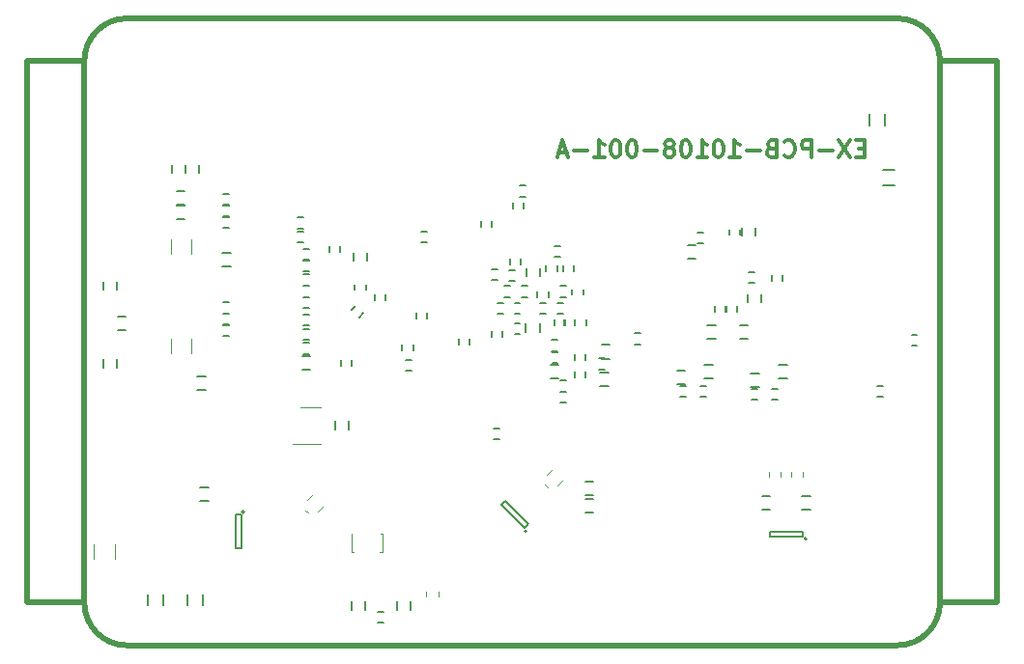
<source format=gbr>
G04 #@! TF.GenerationSoftware,KiCad,Pcbnew,6.0.0-d3dd2cf0fa~116~ubuntu20.04.1*
G04 #@! TF.CreationDate,2022-01-15T15:14:34-05:00*
G04 #@! TF.ProjectId,EX-PCB-10108-001,45582d50-4342-42d3-9130-3130382d3030,A*
G04 #@! TF.SameCoordinates,Original*
G04 #@! TF.FileFunction,Legend,Bot*
G04 #@! TF.FilePolarity,Positive*
%FSLAX46Y46*%
G04 Gerber Fmt 4.6, Leading zero omitted, Abs format (unit mm)*
G04 Created by KiCad (PCBNEW 6.0.0-d3dd2cf0fa~116~ubuntu20.04.1) date 2022-01-15 15:14:34*
%MOMM*%
%LPD*%
G01*
G04 APERTURE LIST*
G04 #@! TA.AperFunction,Profile*
%ADD10C,0.500000*%
G04 #@! TD*
%ADD11C,0.300000*%
%ADD12C,0.150000*%
%ADD13C,0.100000*%
%ADD14C,0.120000*%
G04 APERTURE END LIST*
D10*
X41450000Y-85250000D02*
X46450000Y-85250000D01*
X41450000Y-132750000D02*
X46450000Y-132750000D01*
X121450000Y-132750000D02*
X126450000Y-132750000D01*
X126450000Y-85250000D02*
X121450000Y-85250000D01*
X126450000Y-85250000D02*
X126450000Y-132750000D01*
X41450000Y-85250000D02*
X41450000Y-132750000D01*
D11*
X114807142Y-92892857D02*
X114307142Y-92892857D01*
X114092857Y-93678571D02*
X114807142Y-93678571D01*
X114807142Y-92178571D01*
X114092857Y-92178571D01*
X113592857Y-92178571D02*
X112592857Y-93678571D01*
X112592857Y-92178571D02*
X113592857Y-93678571D01*
X112021428Y-93107142D02*
X110878571Y-93107142D01*
X110164285Y-93678571D02*
X110164285Y-92178571D01*
X109592857Y-92178571D01*
X109450000Y-92250000D01*
X109378571Y-92321428D01*
X109307142Y-92464285D01*
X109307142Y-92678571D01*
X109378571Y-92821428D01*
X109450000Y-92892857D01*
X109592857Y-92964285D01*
X110164285Y-92964285D01*
X107807142Y-93535714D02*
X107878571Y-93607142D01*
X108092857Y-93678571D01*
X108235714Y-93678571D01*
X108450000Y-93607142D01*
X108592857Y-93464285D01*
X108664285Y-93321428D01*
X108735714Y-93035714D01*
X108735714Y-92821428D01*
X108664285Y-92535714D01*
X108592857Y-92392857D01*
X108450000Y-92250000D01*
X108235714Y-92178571D01*
X108092857Y-92178571D01*
X107878571Y-92250000D01*
X107807142Y-92321428D01*
X106664285Y-92892857D02*
X106450000Y-92964285D01*
X106378571Y-93035714D01*
X106307142Y-93178571D01*
X106307142Y-93392857D01*
X106378571Y-93535714D01*
X106450000Y-93607142D01*
X106592857Y-93678571D01*
X107164285Y-93678571D01*
X107164285Y-92178571D01*
X106664285Y-92178571D01*
X106521428Y-92250000D01*
X106450000Y-92321428D01*
X106378571Y-92464285D01*
X106378571Y-92607142D01*
X106450000Y-92750000D01*
X106521428Y-92821428D01*
X106664285Y-92892857D01*
X107164285Y-92892857D01*
X105664285Y-93107142D02*
X104521428Y-93107142D01*
X103021428Y-93678571D02*
X103878571Y-93678571D01*
X103449999Y-93678571D02*
X103449999Y-92178571D01*
X103592857Y-92392857D01*
X103735714Y-92535714D01*
X103878571Y-92607142D01*
X102092857Y-92178571D02*
X101949999Y-92178571D01*
X101807142Y-92250000D01*
X101735714Y-92321428D01*
X101664285Y-92464285D01*
X101592857Y-92750000D01*
X101592857Y-93107142D01*
X101664285Y-93392857D01*
X101735714Y-93535714D01*
X101807142Y-93607142D01*
X101949999Y-93678571D01*
X102092857Y-93678571D01*
X102235714Y-93607142D01*
X102307142Y-93535714D01*
X102378571Y-93392857D01*
X102449999Y-93107142D01*
X102449999Y-92750000D01*
X102378571Y-92464285D01*
X102307142Y-92321428D01*
X102235714Y-92250000D01*
X102092857Y-92178571D01*
X100164285Y-93678571D02*
X101021428Y-93678571D01*
X100592857Y-93678571D02*
X100592857Y-92178571D01*
X100735714Y-92392857D01*
X100878571Y-92535714D01*
X101021428Y-92607142D01*
X99235714Y-92178571D02*
X99092857Y-92178571D01*
X98949999Y-92250000D01*
X98878571Y-92321428D01*
X98807142Y-92464285D01*
X98735714Y-92750000D01*
X98735714Y-93107142D01*
X98807142Y-93392857D01*
X98878571Y-93535714D01*
X98949999Y-93607142D01*
X99092857Y-93678571D01*
X99235714Y-93678571D01*
X99378571Y-93607142D01*
X99449999Y-93535714D01*
X99521428Y-93392857D01*
X99592857Y-93107142D01*
X99592857Y-92750000D01*
X99521428Y-92464285D01*
X99449999Y-92321428D01*
X99378571Y-92250000D01*
X99235714Y-92178571D01*
X97878571Y-92821428D02*
X98021428Y-92750000D01*
X98092857Y-92678571D01*
X98164285Y-92535714D01*
X98164285Y-92464285D01*
X98092857Y-92321428D01*
X98021428Y-92250000D01*
X97878571Y-92178571D01*
X97592857Y-92178571D01*
X97449999Y-92250000D01*
X97378571Y-92321428D01*
X97307142Y-92464285D01*
X97307142Y-92535714D01*
X97378571Y-92678571D01*
X97449999Y-92750000D01*
X97592857Y-92821428D01*
X97878571Y-92821428D01*
X98021428Y-92892857D01*
X98092857Y-92964285D01*
X98164285Y-93107142D01*
X98164285Y-93392857D01*
X98092857Y-93535714D01*
X98021428Y-93607142D01*
X97878571Y-93678571D01*
X97592857Y-93678571D01*
X97449999Y-93607142D01*
X97378571Y-93535714D01*
X97307142Y-93392857D01*
X97307142Y-93107142D01*
X97378571Y-92964285D01*
X97449999Y-92892857D01*
X97592857Y-92821428D01*
X96664285Y-93107142D02*
X95521428Y-93107142D01*
X94521428Y-92178571D02*
X94378571Y-92178571D01*
X94235714Y-92250000D01*
X94164285Y-92321428D01*
X94092857Y-92464285D01*
X94021428Y-92750000D01*
X94021428Y-93107142D01*
X94092857Y-93392857D01*
X94164285Y-93535714D01*
X94235714Y-93607142D01*
X94378571Y-93678571D01*
X94521428Y-93678571D01*
X94664285Y-93607142D01*
X94735714Y-93535714D01*
X94807142Y-93392857D01*
X94878571Y-93107142D01*
X94878571Y-92750000D01*
X94807142Y-92464285D01*
X94735714Y-92321428D01*
X94664285Y-92250000D01*
X94521428Y-92178571D01*
X93092857Y-92178571D02*
X92949999Y-92178571D01*
X92807142Y-92250000D01*
X92735714Y-92321428D01*
X92664285Y-92464285D01*
X92592857Y-92750000D01*
X92592857Y-93107142D01*
X92664285Y-93392857D01*
X92735714Y-93535714D01*
X92807142Y-93607142D01*
X92949999Y-93678571D01*
X93092857Y-93678571D01*
X93235714Y-93607142D01*
X93307142Y-93535714D01*
X93378571Y-93392857D01*
X93449999Y-93107142D01*
X93449999Y-92750000D01*
X93378571Y-92464285D01*
X93307142Y-92321428D01*
X93235714Y-92250000D01*
X93092857Y-92178571D01*
X91164285Y-93678571D02*
X92021428Y-93678571D01*
X91592857Y-93678571D02*
X91592857Y-92178571D01*
X91735714Y-92392857D01*
X91878571Y-92535714D01*
X92021428Y-92607142D01*
X90521428Y-93107142D02*
X89378571Y-93107142D01*
X88735714Y-93250000D02*
X88021428Y-93250000D01*
X88878571Y-93678571D02*
X88378571Y-92178571D01*
X87878571Y-93678571D01*
D10*
X121450000Y-85250000D02*
G75*
G03*
X117700000Y-81500000I-3750000J0D01*
G01*
X50200000Y-81500000D02*
G75*
G03*
X46450000Y-85250000I0J-3750000D01*
G01*
X46450000Y-132750000D02*
G75*
G03*
X50200000Y-136500000I3750000J0D01*
G01*
X117700000Y-136500000D02*
G75*
G03*
X121450000Y-132750000I0J3750000D01*
G01*
X46450000Y-85250000D02*
X46450000Y-132750000D01*
X117700000Y-136500000D02*
X50200000Y-136500000D01*
X117700000Y-81500000D02*
X50200000Y-81500000D01*
X121450000Y-85250000D02*
X121450000Y-132750000D01*
D12*
X102975000Y-100500000D02*
X102975000Y-100000000D01*
X103925000Y-100000000D02*
X103925000Y-100500000D01*
X101725000Y-107250000D02*
X101725000Y-106750000D01*
X102675000Y-106750000D02*
X102675000Y-107250000D01*
X105200000Y-104725000D02*
X104700000Y-104725000D01*
X104700000Y-103775000D02*
X105200000Y-103775000D01*
X102725000Y-107250000D02*
X102725000Y-106750000D01*
X103675000Y-106750000D02*
X103675000Y-107250000D01*
X119450000Y-110225000D02*
X118950000Y-110225000D01*
X118950000Y-109275000D02*
X119450000Y-109275000D01*
X116450000Y-114725000D02*
X115950000Y-114725000D01*
X115950000Y-113775000D02*
X116450000Y-113775000D01*
X99325000Y-102600000D02*
X100025000Y-102600000D01*
X100025000Y-101400000D02*
X99325000Y-101400000D01*
X100200000Y-100275000D02*
X100700000Y-100275000D01*
X100700000Y-101225000D02*
X100200000Y-101225000D01*
X104100000Y-99875000D02*
X104100000Y-100575000D01*
X105300000Y-100575000D02*
X105300000Y-99875000D01*
X101075000Y-109600000D02*
X101775000Y-109600000D01*
X101775000Y-108400000D02*
X101075000Y-108400000D01*
X105800000Y-106375000D02*
X105800000Y-105675000D01*
X104600000Y-105675000D02*
X104600000Y-106375000D01*
X104575000Y-108400000D02*
X103875000Y-108400000D01*
X103875000Y-109600000D02*
X104575000Y-109600000D01*
X88200000Y-113275000D02*
X88700000Y-113275000D01*
X88700000Y-114225000D02*
X88200000Y-114225000D01*
X88150000Y-114275000D02*
X88650000Y-114275000D01*
X88650000Y-115225000D02*
X88150000Y-115225000D01*
X87450000Y-110775000D02*
X87950000Y-110775000D01*
X87950000Y-111725000D02*
X87450000Y-111725000D01*
X89225000Y-105750000D02*
X89225000Y-105250000D01*
X90175000Y-105250000D02*
X90175000Y-105750000D01*
X107675000Y-104000000D02*
X107675000Y-104500000D01*
X106725000Y-104500000D02*
X106725000Y-104000000D01*
D13*
X69850000Y-128300000D02*
X70030000Y-128300000D01*
X72380000Y-126710000D02*
X72550000Y-126710000D01*
X72370000Y-128290000D02*
X72550000Y-128290000D01*
X69850000Y-128300000D02*
X69850000Y-126700000D01*
X72550000Y-128290000D02*
X72550000Y-126710000D01*
D12*
X56875000Y-133000000D02*
X56875000Y-132000000D01*
X55525000Y-132000000D02*
X55525000Y-133000000D01*
X53375000Y-133000000D02*
X53375000Y-132000000D01*
X52025000Y-132000000D02*
X52025000Y-133000000D01*
X116625000Y-90900000D02*
X116625000Y-89900000D01*
X115275000Y-89900000D02*
X115275000Y-90900000D01*
X116450000Y-96175000D02*
X117450000Y-96175000D01*
X117450000Y-94825000D02*
X116450000Y-94825000D01*
X100450000Y-113775000D02*
X100950000Y-113775000D01*
X100950000Y-114725000D02*
X100450000Y-114725000D01*
X98700000Y-113775000D02*
X99200000Y-113775000D01*
X99200000Y-114725000D02*
X98700000Y-114725000D01*
X106700000Y-114025000D02*
X107200000Y-114025000D01*
X107200000Y-114975000D02*
X106700000Y-114975000D01*
X104950000Y-114025000D02*
X105450000Y-114025000D01*
X105450000Y-114975000D02*
X104950000Y-114975000D01*
D14*
X107460000Y-121280000D02*
X107460000Y-121720000D01*
X106440000Y-121280000D02*
X106440000Y-121720000D01*
X109460000Y-121280000D02*
X109460000Y-121720000D01*
X108440000Y-121280000D02*
X108440000Y-121720000D01*
X76440000Y-132220000D02*
X76440000Y-131780000D01*
X77460000Y-132220000D02*
X77460000Y-131780000D01*
D13*
X54040000Y-110900000D02*
X54040000Y-109600000D01*
X55860000Y-110900000D02*
X55860000Y-109600000D01*
X54040000Y-102150000D02*
X54040000Y-100850000D01*
X55860000Y-102150000D02*
X55860000Y-100850000D01*
D12*
X57325000Y-122650000D02*
X56625000Y-122650000D01*
X56625000Y-123850000D02*
X57325000Y-123850000D01*
X105825000Y-124600000D02*
X106525000Y-124600000D01*
X106525000Y-123400000D02*
X105825000Y-123400000D01*
X110075000Y-123400000D02*
X109375000Y-123400000D01*
X109375000Y-124600000D02*
X110075000Y-124600000D01*
X87325000Y-113100000D02*
X88025000Y-113100000D01*
X88025000Y-111900000D02*
X87325000Y-111900000D01*
X100825000Y-113100000D02*
X101525000Y-113100000D01*
X101525000Y-111900000D02*
X100825000Y-111900000D01*
X105575000Y-112650000D02*
X104875000Y-112650000D01*
X104875000Y-113850000D02*
X105575000Y-113850000D01*
X75050000Y-133375000D02*
X75050000Y-132675000D01*
X73850000Y-132675000D02*
X73850000Y-133375000D01*
X71050000Y-133375000D02*
X71050000Y-132675000D01*
X69850000Y-132675000D02*
X69850000Y-133375000D01*
X72200000Y-133525000D02*
X72700000Y-133525000D01*
X72700000Y-134475000D02*
X72200000Y-134475000D01*
X107325000Y-113100000D02*
X108025000Y-113100000D01*
X108025000Y-111900000D02*
X107325000Y-111900000D01*
X57075000Y-112900000D02*
X56375000Y-112900000D01*
X56375000Y-114100000D02*
X57075000Y-114100000D01*
X50075000Y-107650000D02*
X49375000Y-107650000D01*
X49375000Y-108850000D02*
X50075000Y-108850000D01*
X91075000Y-122150000D02*
X90375000Y-122150000D01*
X90375000Y-123350000D02*
X91075000Y-123350000D01*
X91075000Y-123650000D02*
X90375000Y-123650000D01*
X90375000Y-124850000D02*
X91075000Y-124850000D01*
X49300000Y-112125000D02*
X49300000Y-111425000D01*
X48100000Y-111425000D02*
X48100000Y-112125000D01*
X99075000Y-112400000D02*
X98375000Y-112400000D01*
X98375000Y-113600000D02*
X99075000Y-113600000D01*
X48100000Y-104625000D02*
X48100000Y-105325000D01*
X49300000Y-105325000D02*
X49300000Y-104625000D01*
X109400000Y-127000000D02*
X106500000Y-127000000D01*
X106500000Y-127000000D02*
X106500000Y-126500000D01*
X106500000Y-126500000D02*
X109400000Y-126500000D01*
X109400000Y-126500000D02*
X109400000Y-127000000D01*
X109750000Y-127150000D02*
G75*
G03*
X109750000Y-127150000I-100000J0D01*
G01*
X60200000Y-125050000D02*
X60200000Y-127950000D01*
X60200000Y-127950000D02*
X59700000Y-127950000D01*
X59700000Y-127950000D02*
X59700000Y-125050000D01*
X59700000Y-125050000D02*
X60200000Y-125050000D01*
X60450000Y-124800000D02*
G75*
G03*
X60450000Y-124800000I-100000J0D01*
G01*
X85048528Y-126202082D02*
X82997918Y-124151472D01*
X82997918Y-124151472D02*
X83351472Y-123797918D01*
X83351472Y-123797918D02*
X85402082Y-125848528D01*
X85402082Y-125848528D02*
X85048528Y-126202082D01*
X85219238Y-126484924D02*
G75*
G03*
X85219238Y-126484924I-99999J0D01*
G01*
D13*
X66452513Y-123257538D02*
X65957538Y-123752513D01*
X67442462Y-124247487D02*
X66947487Y-124742462D01*
X66028249Y-124883883D02*
X65816117Y-124671751D01*
X47290000Y-128900000D02*
X47290000Y-127600000D01*
X49110000Y-128900000D02*
X49110000Y-127600000D01*
X87028249Y-122633883D02*
X86816117Y-122421751D01*
X88442462Y-121997487D02*
X87947487Y-122492462D01*
X87452513Y-121007538D02*
X86957538Y-121502513D01*
D12*
X95225000Y-110075000D02*
X94725000Y-110075000D01*
X94725000Y-109125000D02*
X95225000Y-109125000D01*
X84025000Y-98200000D02*
X84025000Y-97700000D01*
X84975000Y-97700000D02*
X84975000Y-98200000D01*
X84650000Y-96175000D02*
X85150000Y-96175000D01*
X85150000Y-97125000D02*
X84650000Y-97125000D01*
X82175000Y-99250000D02*
X82175000Y-99750000D01*
X81225000Y-99750000D02*
X81225000Y-99250000D01*
X58650000Y-106425000D02*
X59150000Y-106425000D01*
X59150000Y-107375000D02*
X58650000Y-107375000D01*
X58650000Y-97925000D02*
X59150000Y-97925000D01*
X59150000Y-98875000D02*
X58650000Y-98875000D01*
X59150000Y-99875000D02*
X58650000Y-99875000D01*
X58650000Y-98925000D02*
X59150000Y-98925000D01*
X59150000Y-108375000D02*
X58650000Y-108375000D01*
X58650000Y-107425000D02*
X59150000Y-107425000D01*
X59150000Y-97875000D02*
X58650000Y-97875000D01*
X58650000Y-96925000D02*
X59150000Y-96925000D01*
X55275000Y-96650000D02*
X54575000Y-96650000D01*
X54575000Y-97850000D02*
X55275000Y-97850000D01*
X69650000Y-117525000D02*
X69650000Y-116825000D01*
X68450000Y-116825000D02*
X68450000Y-117525000D01*
D14*
X67200000Y-118810000D02*
X64750000Y-118810000D01*
X65400000Y-115590000D02*
X67200000Y-115590000D01*
D12*
X82800000Y-118425000D02*
X82300000Y-118425000D01*
X82300000Y-117475000D02*
X82800000Y-117475000D01*
X55275000Y-97900000D02*
X54575000Y-97900000D01*
X54575000Y-99100000D02*
X55275000Y-99100000D01*
X59150000Y-109375000D02*
X58650000Y-109375000D01*
X58650000Y-108425000D02*
X59150000Y-108425000D01*
X91675000Y-113750000D02*
X92375000Y-113750000D01*
X92375000Y-112550000D02*
X91675000Y-112550000D01*
X91825000Y-111350000D02*
X92525000Y-111350000D01*
X92525000Y-110150000D02*
X91825000Y-110150000D01*
X58575000Y-103250000D02*
X59275000Y-103250000D01*
X59275000Y-102050000D02*
X58575000Y-102050000D01*
X84675000Y-102550000D02*
X84675000Y-103050000D01*
X83725000Y-103050000D02*
X83725000Y-102550000D01*
X66150000Y-103675000D02*
X65650000Y-103675000D01*
X65650000Y-102725000D02*
X66150000Y-102725000D01*
X66150000Y-104925000D02*
X65650000Y-104925000D01*
X65650000Y-103975000D02*
X66150000Y-103975000D01*
X71125000Y-104822599D02*
X71125000Y-105322599D01*
X70175000Y-105322599D02*
X70175000Y-104822599D01*
X79275000Y-110100000D02*
X79275000Y-109600000D01*
X80225000Y-109600000D02*
X80225000Y-110100000D01*
X55325000Y-95025000D02*
X55325000Y-94325000D01*
X54125000Y-94325000D02*
X54125000Y-95025000D01*
X56525000Y-95025000D02*
X56525000Y-94325000D01*
X55325000Y-94325000D02*
X55325000Y-95025000D01*
X88150000Y-102425000D02*
X87650000Y-102425000D01*
X87650000Y-101475000D02*
X88150000Y-101475000D01*
X88525000Y-108425000D02*
X88525000Y-107925000D01*
X89475000Y-107925000D02*
X89475000Y-108425000D01*
X82150000Y-103475000D02*
X82650000Y-103475000D01*
X82650000Y-104425000D02*
X82150000Y-104425000D01*
X66150000Y-102675000D02*
X65650000Y-102675000D01*
X65650000Y-101725000D02*
X66150000Y-101725000D01*
X66150000Y-106925000D02*
X65650000Y-106925000D01*
X65650000Y-105975000D02*
X66150000Y-105975000D01*
X66150000Y-108425000D02*
X65650000Y-108425000D01*
X65650000Y-107475000D02*
X66150000Y-107475000D01*
X66150000Y-110925000D02*
X65650000Y-110925000D01*
X65650000Y-109975000D02*
X66150000Y-109975000D01*
X68925000Y-111950000D02*
X68925000Y-111450000D01*
X69875000Y-111450000D02*
X69875000Y-111950000D01*
X70912652Y-107359099D02*
X70559099Y-107712652D01*
X69887348Y-107040901D02*
X70240901Y-106687348D01*
X74650000Y-111475000D02*
X75150000Y-111475000D01*
X75150000Y-112425000D02*
X74650000Y-112425000D01*
X74325000Y-110600000D02*
X74325000Y-110100000D01*
X75275000Y-110100000D02*
X75275000Y-110600000D01*
X75950000Y-100175000D02*
X76450000Y-100175000D01*
X76450000Y-101125000D02*
X75950000Y-101125000D01*
X67925000Y-101950000D02*
X67925000Y-101450000D01*
X68875000Y-101450000D02*
X68875000Y-101950000D01*
X71925000Y-106200000D02*
X71925000Y-105700000D01*
X72875000Y-105700000D02*
X72875000Y-106200000D01*
X76525000Y-107300000D02*
X76525000Y-107800000D01*
X75575000Y-107800000D02*
X75575000Y-107300000D01*
X66150000Y-109675000D02*
X65650000Y-109675000D01*
X65650000Y-108725000D02*
X66150000Y-108725000D01*
X71250000Y-102775000D02*
X71250000Y-102075000D01*
X70050000Y-102075000D02*
X70050000Y-102775000D01*
X83300000Y-104975000D02*
X83800000Y-104975000D01*
X83800000Y-105925000D02*
X83300000Y-105925000D01*
X82650000Y-106475000D02*
X83150000Y-106475000D01*
X83150000Y-107425000D02*
X82650000Y-107425000D01*
X83650000Y-103575000D02*
X84150000Y-103575000D01*
X84150000Y-104525000D02*
X83650000Y-104525000D01*
X82175000Y-109450000D02*
X82175000Y-108950000D01*
X83125000Y-108950000D02*
X83125000Y-109450000D01*
X65650000Y-101175000D02*
X65150000Y-101175000D01*
X65150000Y-100225000D02*
X65650000Y-100225000D01*
X65650000Y-99925000D02*
X65150000Y-99925000D01*
X65150000Y-98975000D02*
X65650000Y-98975000D01*
X84150000Y-108225000D02*
X84650000Y-108225000D01*
X84650000Y-109175000D02*
X84150000Y-109175000D01*
X86400000Y-104100000D02*
X86400000Y-103400000D01*
X85200000Y-103400000D02*
X85200000Y-104100000D01*
X88425000Y-103700000D02*
X88425000Y-103200000D01*
X89375000Y-103200000D02*
X89375000Y-103700000D01*
X86925000Y-103700000D02*
X86925000Y-103200000D01*
X87875000Y-103200000D02*
X87875000Y-103700000D01*
X91550000Y-111325000D02*
X92050000Y-111325000D01*
X92050000Y-112275000D02*
X91550000Y-112275000D01*
X85150000Y-108275000D02*
X85150000Y-108975000D01*
X86350000Y-108975000D02*
X86350000Y-108275000D01*
X84750000Y-104975000D02*
X85250000Y-104975000D01*
X85250000Y-105925000D02*
X84750000Y-105925000D01*
X90375000Y-110950000D02*
X90375000Y-111450000D01*
X89425000Y-111450000D02*
X89425000Y-110950000D01*
X87900000Y-106475000D02*
X88400000Y-106475000D01*
X88400000Y-107425000D02*
X87900000Y-107425000D01*
X87675000Y-108450000D02*
X87675000Y-107950000D01*
X88625000Y-107950000D02*
X88625000Y-108450000D01*
X84650000Y-107425000D02*
X84150000Y-107425000D01*
X84150000Y-106475000D02*
X84650000Y-106475000D01*
X90375000Y-112450000D02*
X90375000Y-112950000D01*
X89425000Y-112950000D02*
X89425000Y-112450000D01*
X86900000Y-107425000D02*
X86400000Y-107425000D01*
X86400000Y-106475000D02*
X86900000Y-106475000D01*
X87125000Y-105450000D02*
X87125000Y-105950000D01*
X86175000Y-105950000D02*
X86175000Y-105450000D01*
X89475000Y-108425000D02*
X89475000Y-107925000D01*
X90425000Y-107925000D02*
X90425000Y-108425000D01*
X88150000Y-104975000D02*
X88650000Y-104975000D01*
X88650000Y-105925000D02*
X88150000Y-105925000D01*
X87900000Y-110675000D02*
X87400000Y-110675000D01*
X87400000Y-109725000D02*
X87900000Y-109725000D01*
X66225000Y-111100000D02*
X65525000Y-111100000D01*
X65525000Y-112300000D02*
X66225000Y-112300000D01*
M02*

</source>
